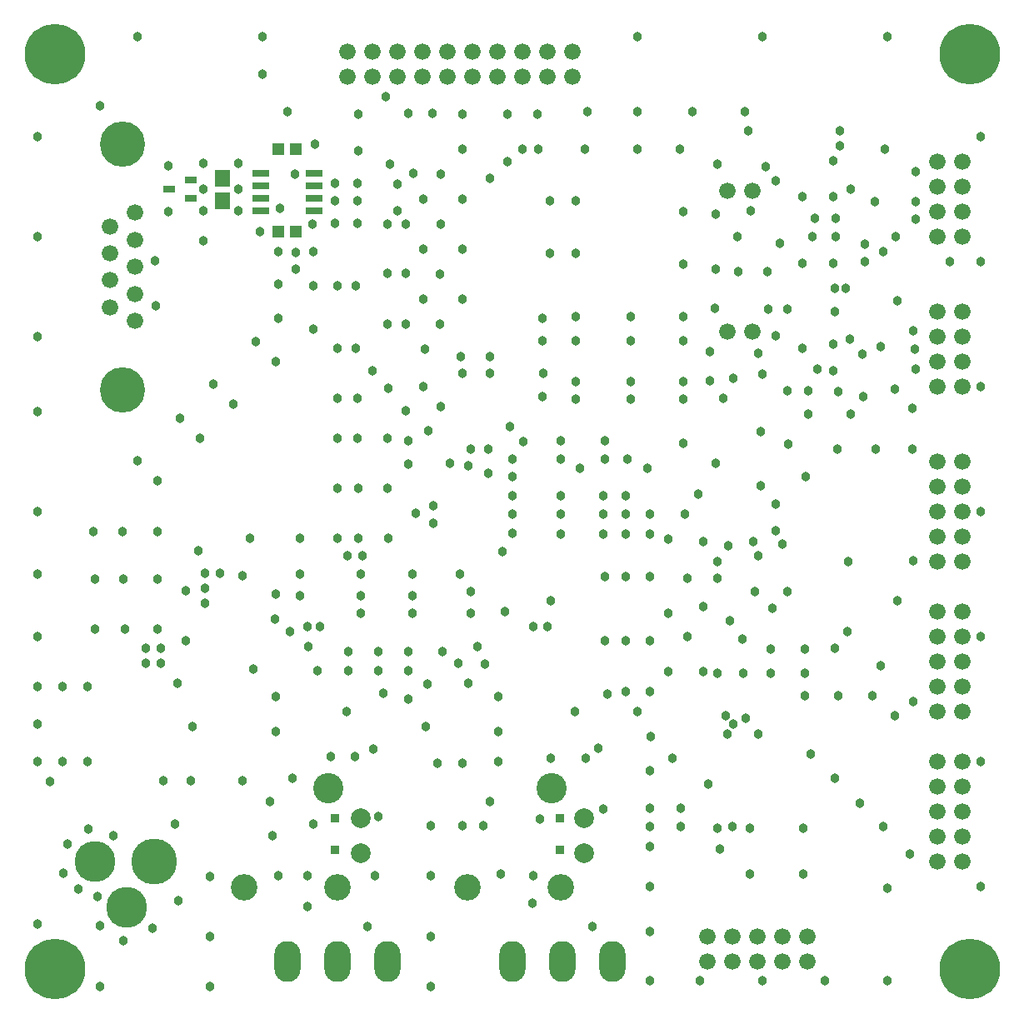
<source format=gbs>
G04 EasyPC Gerber Version 21.0.3 Build 4286 *
%FSLAX35Y35*%
%MOIN*%
%ADD141O,0.10443X0.16348*%
%ADD148R,0.03592X0.03828*%
%ADD146R,0.06100X0.06600*%
%ADD97C,0.03800*%
%ADD88C,0.06600*%
%ADD135C,0.07900*%
%ADD136C,0.10600*%
%ADD137C,0.12100*%
%ADD129C,0.16348*%
%ADD95C,0.18100*%
%ADD128C,0.18317*%
%ADD147R,0.04734X0.02962*%
%ADD145R,0.06604X0.03159*%
%ADD131R,0.04891X0.04537*%
%ADD87C,0.24222*%
X0Y0D02*
D02*
D87*
X20679Y16929D03*
Y383071D03*
X386821Y16929D03*
Y383071D03*
D02*
D88*
X42750Y281800D03*
Y292600D03*
Y303400D03*
Y314200D03*
X52750Y276400D03*
Y287200D03*
Y298000D03*
Y308800D03*
Y319600D03*
X137750Y374000D03*
Y384000D03*
X147750Y374000D03*
Y384000D03*
X157750Y374000D03*
Y384000D03*
X167750Y374000D03*
Y384000D03*
X177750Y374000D03*
Y384000D03*
X187750Y374000D03*
Y384000D03*
X197750Y374000D03*
Y384000D03*
X207750Y374000D03*
Y384000D03*
X217750Y374000D03*
Y384000D03*
X227750Y374000D03*
Y384000D03*
X281750Y20000D03*
Y30000D03*
X289750Y272000D03*
Y328500D03*
X291750Y20000D03*
Y30000D03*
X299750Y272000D03*
Y328500D03*
X301750Y20000D03*
Y30000D03*
X311750Y20000D03*
Y30000D03*
X321750Y20000D03*
Y30000D03*
X373750Y60000D03*
Y70000D03*
Y80000D03*
Y90000D03*
Y100000D03*
Y120000D03*
Y130000D03*
Y140000D03*
Y150000D03*
Y160000D03*
Y180000D03*
Y190000D03*
Y200000D03*
Y210000D03*
Y220000D03*
Y250000D03*
Y260000D03*
Y270000D03*
Y280000D03*
Y310000D03*
Y320000D03*
Y330000D03*
Y340000D03*
X383750Y60000D03*
Y70000D03*
Y80000D03*
Y90000D03*
Y100000D03*
Y120000D03*
Y130000D03*
Y140000D03*
Y150000D03*
Y160000D03*
Y180000D03*
Y190000D03*
Y200000D03*
Y210000D03*
Y220000D03*
Y250000D03*
Y260000D03*
Y270000D03*
Y280000D03*
Y310000D03*
Y320000D03*
Y330000D03*
Y340000D03*
D02*
D95*
X47750Y248800D03*
Y347200D03*
D02*
D97*
X13750Y35000D03*
Y100000D03*
Y115000D03*
Y130000D03*
Y150000D03*
Y175000D03*
Y200000D03*
Y240000D03*
Y270000D03*
Y310000D03*
Y350000D03*
X18750Y92000D03*
X23750Y100000D03*
Y130000D03*
X24250Y55500D03*
X25750Y67000D03*
X30250Y49000D03*
X33750Y100000D03*
Y130000D03*
X34250Y73000D03*
X36250Y192000D03*
X36750Y153000D03*
Y173000D03*
X37750Y46000D03*
X38750Y10000D03*
Y34500D03*
Y362500D03*
X44250Y70500D03*
X47750Y192000D03*
X48250Y28500D03*
Y173000D03*
X48750Y153000D03*
X53750Y220500D03*
Y390000D03*
X57250Y139500D03*
Y145500D03*
X59750Y33500D03*
X60750Y300500D03*
X61250Y282500D03*
X61750Y153000D03*
Y173000D03*
Y192000D03*
Y212500D03*
X63250Y139500D03*
Y145500D03*
X64250Y92500D03*
X66250Y320000D03*
Y338500D03*
X68750Y75000D03*
X69750Y131500D03*
X70250Y44500D03*
X70750Y237500D03*
X73250Y148500D03*
Y168500D03*
X75250Y92500D03*
X75750Y114000D03*
X78250Y184500D03*
X78750Y229500D03*
X80250Y308500D03*
Y320500D03*
Y329000D03*
Y339500D03*
X80750Y163500D03*
Y169500D03*
Y175500D03*
X82750Y10000D03*
Y30000D03*
Y54000D03*
X84250Y251000D03*
X86750Y175500D03*
X92250Y243000D03*
X94250Y320500D03*
Y329000D03*
Y339500D03*
X95750Y92500D03*
Y174500D03*
X98750Y189500D03*
X100250Y137000D03*
X101250Y268000D03*
X102750Y312000D03*
X103750Y375000D03*
Y390000D03*
X106750Y84000D03*
X107750Y70500D03*
X108750Y157000D03*
X109250Y112000D03*
Y126000D03*
Y167000D03*
Y260000D03*
X110250Y54500D03*
Y277500D03*
Y291000D03*
Y304000D03*
X110750Y321500D03*
X113750Y360000D03*
X114750Y152000D03*
X115750Y93500D03*
X116750Y335000D03*
X117250Y297000D03*
Y303750D03*
X118750Y166500D03*
Y175000D03*
Y189500D03*
X121750Y42000D03*
Y54500D03*
Y154000D03*
X122250Y146000D03*
X123750Y315000D03*
X124250Y75000D03*
Y273000D03*
Y290500D03*
Y304000D03*
X124750Y347000D03*
X125750Y136500D03*
X126750Y154000D03*
X131250Y102000D03*
X132750Y315500D03*
Y324500D03*
Y331500D03*
X133750Y189500D03*
Y209500D03*
Y229500D03*
Y245500D03*
Y265500D03*
Y290500D03*
X137604Y120126D03*
X137750Y182500D03*
X138250Y136500D03*
Y144000D03*
X140750Y102000D03*
X141250Y265500D03*
Y290500D03*
X141750Y229500D03*
Y245500D03*
Y315500D03*
Y324500D03*
Y331500D03*
X142250Y189500D03*
Y209500D03*
Y344500D03*
Y359000D03*
X143250Y159500D03*
Y166500D03*
Y175000D03*
X143750Y182500D03*
X145750Y34000D03*
X147750Y256500D03*
X148250Y105000D03*
X148750Y54500D03*
X150250Y78000D03*
Y136500D03*
Y144000D03*
X152250Y127500D03*
X153250Y366000D03*
X153750Y209500D03*
Y229500D03*
Y275000D03*
Y295500D03*
Y315000D03*
X154250Y189500D03*
Y249500D03*
X154750Y339000D03*
X157750Y320500D03*
Y331000D03*
X161250Y240500D03*
Y275000D03*
Y295500D03*
Y315000D03*
X162250Y125000D03*
Y136500D03*
Y144000D03*
Y219000D03*
Y228500D03*
Y359500D03*
X163750Y159500D03*
Y166500D03*
Y175000D03*
X164250Y335500D03*
X165250Y199500D03*
X168250Y250000D03*
Y285000D03*
Y305000D03*
Y325000D03*
X168750Y265000D03*
X169250Y114000D03*
X169750Y131000D03*
X170250Y232500D03*
X171250Y10000D03*
Y30000D03*
Y54500D03*
Y74500D03*
X171750Y359500D03*
X172250Y195500D03*
Y202500D03*
X173750Y99500D03*
X174750Y275000D03*
Y295000D03*
X175250Y242000D03*
Y315000D03*
Y335000D03*
X175750Y144000D03*
X178750Y219500D03*
X182250Y139500D03*
X182750Y175000D03*
X183250Y262000D03*
X183750Y74500D03*
Y99500D03*
Y255500D03*
Y285000D03*
Y305000D03*
Y325000D03*
Y345000D03*
Y359000D03*
X186250Y131500D03*
Y218500D03*
X187250Y159500D03*
Y168000D03*
Y225000D03*
X189750Y146000D03*
X192250Y74500D03*
X192750Y139000D03*
X194250Y215500D03*
Y225000D03*
X194750Y84000D03*
Y262000D03*
Y333500D03*
X194764Y255500D03*
X198250Y100000D03*
Y112000D03*
Y126000D03*
X199250Y55000D03*
X199750Y184000D03*
X200750Y160000D03*
X201750Y340000D03*
Y359000D03*
X202750Y234000D03*
X203750Y191500D03*
Y199000D03*
Y206500D03*
Y214000D03*
Y221000D03*
X207750Y345000D03*
X208250Y228000D03*
X211750Y43500D03*
X212250Y54500D03*
Y154000D03*
X213750Y359000D03*
X214250Y345000D03*
X214750Y77000D03*
X215750Y246000D03*
Y268500D03*
Y277500D03*
X216250Y255500D03*
X217750Y154000D03*
X218750Y303500D03*
Y324500D03*
X219250Y101500D03*
Y164500D03*
X223250Y191000D03*
Y199000D03*
Y206500D03*
Y221000D03*
Y228500D03*
X228750Y120000D03*
X229250Y245000D03*
Y252000D03*
Y268500D03*
Y278000D03*
Y303500D03*
Y324500D03*
X230750Y217500D03*
X232750Y345000D03*
X233250Y101500D03*
X233750Y360000D03*
X235750Y34000D03*
X238250Y105500D03*
X240250Y81000D03*
Y191000D03*
Y199000D03*
Y206500D03*
X240750Y148500D03*
Y174000D03*
Y221000D03*
Y228500D03*
X241750Y127000D03*
X249250Y128000D03*
Y148500D03*
Y174000D03*
Y191000D03*
Y199000D03*
Y206500D03*
X249750Y221000D03*
X251250Y245000D03*
Y252000D03*
Y268500D03*
Y278000D03*
X253750Y120000D03*
Y345000D03*
Y360000D03*
Y390000D03*
X257750Y217500D03*
X258750Y12500D03*
Y32000D03*
Y50000D03*
Y66000D03*
Y74000D03*
Y81500D03*
Y96500D03*
Y128000D03*
Y148500D03*
Y174000D03*
Y191000D03*
Y199000D03*
X259250Y110000D03*
X266250Y136000D03*
Y159500D03*
Y189000D03*
X267750Y101500D03*
X270750Y345000D03*
X271250Y74000D03*
Y81500D03*
X272250Y227500D03*
Y245000D03*
Y252000D03*
Y268500D03*
Y278000D03*
Y299000D03*
Y320000D03*
X272750Y199000D03*
X273750Y150000D03*
Y173500D03*
X275750Y360000D03*
X278250Y207000D03*
X278750Y12500D03*
X280250Y136000D03*
Y162000D03*
Y188000D03*
X282250Y91000D03*
X282750Y252500D03*
Y264000D03*
X284750Y281500D03*
X285250Y219500D03*
Y297000D03*
Y319000D03*
X285750Y73500D03*
Y135500D03*
Y173500D03*
Y180000D03*
Y339000D03*
X286750Y65000D03*
X288250Y245500D03*
X289250Y118500D03*
X289750Y111000D03*
X290250Y186500D03*
X290750Y156500D03*
X291750Y74000D03*
X292250Y115000D03*
Y253500D03*
X293750Y310000D03*
X294250Y296000D03*
X295750Y149000D03*
X296250Y135500D03*
X296750Y360000D03*
X297250Y117500D03*
X298250Y352500D03*
X298750Y55000D03*
Y73500D03*
X299250Y320500D03*
X300250Y188000D03*
X300750Y168000D03*
X302250Y111000D03*
Y182500D03*
Y263500D03*
X303250Y210500D03*
Y232000D03*
X303750Y12500D03*
Y255000D03*
Y390000D03*
X305250Y338000D03*
X305750Y296000D03*
X306250Y281000D03*
X307250Y135500D03*
Y145000D03*
X307750Y161500D03*
X309250Y192500D03*
Y203000D03*
Y270500D03*
Y332500D03*
X310750Y307500D03*
X311750Y187000D03*
X313750Y168000D03*
Y248500D03*
Y281000D03*
X314250Y227000D03*
X319750Y265500D03*
Y299500D03*
Y326000D03*
X320250Y55000D03*
Y73500D03*
X320750Y126500D03*
Y135500D03*
Y145000D03*
X321250Y214000D03*
X322250Y239000D03*
Y248500D03*
X323250Y103000D03*
X323750Y310000D03*
X324750Y317500D03*
X325750Y257000D03*
X328750Y12500D03*
X332250Y256500D03*
Y267000D03*
Y299500D03*
Y326000D03*
Y340500D03*
X332750Y93500D03*
Y145500D03*
Y280000D03*
Y289500D03*
X333250Y310000D03*
Y317500D03*
X333750Y225000D03*
X334250Y126500D03*
Y248000D03*
X334750Y346500D03*
Y352500D03*
X337250Y289500D03*
X337750Y152000D03*
X338250Y180000D03*
X338750Y269000D03*
X339250Y239000D03*
Y329000D03*
X342750Y83500D03*
X343750Y263000D03*
X344250Y246000D03*
X344750Y300000D03*
Y307000D03*
X347750Y126500D03*
X348750Y324000D03*
X349250Y225000D03*
X351250Y138500D03*
Y266000D03*
X352250Y74000D03*
Y304000D03*
X352750Y345000D03*
X353750Y12500D03*
Y49500D03*
Y390000D03*
X356750Y118500D03*
Y249000D03*
X357250Y310000D03*
X357750Y164500D03*
Y284500D03*
X362750Y63000D03*
X363750Y225000D03*
Y241500D03*
X364250Y124000D03*
Y180500D03*
Y272500D03*
X364750Y265000D03*
X365250Y257000D03*
Y317000D03*
Y324000D03*
Y336000D03*
X378750Y300000D03*
X391250Y50000D03*
Y100000D03*
Y150000D03*
Y200000D03*
Y250000D03*
Y300000D03*
Y350000D03*
D02*
D128*
X60372Y60000D03*
D02*
D129*
X36750D03*
X49545Y41693D03*
D02*
D131*
X110250Y312000D03*
Y345000D03*
X117250Y312000D03*
Y345000D03*
D02*
D135*
X143021Y63535D03*
Y77315D03*
X232317Y63535D03*
Y77315D03*
D02*
D136*
X96368Y49756D03*
X133769D03*
X185663D03*
X223065D03*
D02*
D137*
X130226Y89520D03*
X219522D03*
D02*
D141*
X113750Y20000D03*
X133750Y20008D03*
X153750Y20000D03*
X203750D03*
X223750D03*
X243750D03*
D02*
D145*
X103073Y320500D03*
Y325500D03*
Y330500D03*
Y335500D03*
X124427Y320500D03*
Y325500D03*
Y330500D03*
Y335500D03*
D02*
D146*
X87750Y324500D03*
Y333500D03*
D02*
D147*
X66419Y329000D03*
X75081Y325260D03*
Y332740D03*
D02*
D148*
X132750Y64661D03*
Y77339D03*
X222750Y64661D03*
Y77339D03*
X0Y0D02*
M02*

</source>
